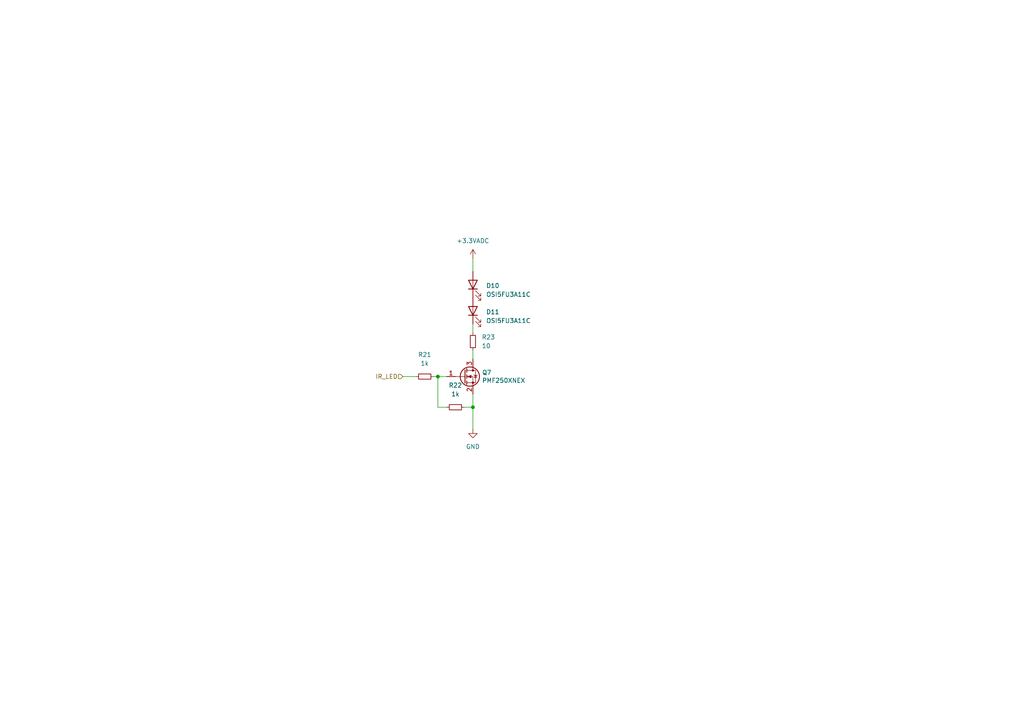
<source format=kicad_sch>
(kicad_sch (version 20231120) (generator "eeschema") (generator_version "8.0")
  (paper "A4")
  (lib_symbols
    (symbol "Device:LED" (pin_numbers hide) (pin_names (offset 1.016) hide)
      (property "Reference" "D" (at 0 2.54 0))
      (property "Value" "LED" (at 0 -2.54 0))
      (symbol "LED_0_1"
        (polyline (pts (xy -1.27 -1.27) (xy -1.27 1.27)) (stroke (width 0.254)))
        (polyline (pts (xy -1.27 0) (xy 1.27 0)))
        (polyline (pts (xy 1.27 -1.27) (xy 1.27 1.27) (xy -1.27 0) (xy 1.27 -1.27)) (stroke (width 0.254)))
        (polyline (pts (xy -3.048 -0.762) (xy -4.572 -2.286) (xy -3.81 -2.286) (xy -4.572 -2.286) (xy -4.572 -1.524)))
        (polyline (pts (xy -1.778 -0.762) (xy -3.302 -2.286) (xy -2.54 -2.286) (xy -3.302 -2.286) (xy -3.302 -1.524)))
      )
      (symbol "LED_1_1"
        (pin passive line (at -3.81 0 0) (length 2.54) (name "K") (number "1"))
        (pin passive line (at 3.81 0 180) (length 2.54) (name "A") (number "2"))
      )
    )
    (symbol "Device:R_Small" (pin_numbers hide) (pin_names (offset 0.254) hide)
      (property "Reference" "R" (at 0.762 0.508 0))
      (property "Value" "R_Small" (at 0.762 -1.016 0))
      (symbol "R_Small_0_1"
        (rectangle (start -0.762 1.778) (end 0.762 -1.778) (stroke (width 0.2032)))
      )
      (symbol "R_Small_1_1"
        (pin passive line (at 0 2.54 270) (length 0.762) (name "~") (number "1"))
        (pin passive line (at 0 -2.54 90) (length 0.762) (name "~") (number "2"))
      )
    )
    (symbol "Transistor_FET:BSS138" (pin_names hide)
      (property "Reference" "Q" (at 5.08 1.905 0))
      (property "Value" "BSS138" (at 5.08 0 0))
      (symbol "BSS138_0_1"
        (polyline (pts (xy 0.254 0) (xy -2.54 0)))
        (polyline (pts (xy 0.254 1.905) (xy 0.254 -1.905)) (stroke (width 0.254)))
        (polyline (pts (xy 0.762 -1.27) (xy 0.762 -2.286)) (stroke (width 0.254)))
        (polyline (pts (xy 0.762 0.508) (xy 0.762 -0.508)) (stroke (width 0.254)))
        (polyline (pts (xy 0.762 2.286) (xy 0.762 1.27)) (stroke (width 0.254)))
        (polyline (pts (xy 2.54 2.54) (xy 2.54 1.778)))
        (polyline (pts (xy 2.54 -2.54) (xy 2.54 0) (xy 0.762 0)))
        (polyline (pts (xy 0.762 -1.778) (xy 3.302 -1.778) (xy 3.302 1.778) (xy 0.762 1.778)))
        (polyline (pts (xy 1.016 0) (xy 2.032 0.381) (xy 2.032 -0.381) (xy 1.016 0)) (fill (type outline)))
        (polyline (pts (xy 2.794 0.508) (xy 2.921 0.381) (xy 3.683 0.381) (xy 3.81 0.254)))
        (polyline (pts (xy 3.302 0.381) (xy 2.921 -0.254) (xy 3.683 -0.254) (xy 3.302 0.381)))
        (circle (center 1.651 0) (radius 2.794) (stroke (width 0.254)))
        (circle (center 2.54 -1.778) (radius 0.254) (fill (type outline)))
        (circle (center 2.54 1.778) (radius 0.254) (fill (type outline)))
      )
      (symbol "BSS138_1_1"
        (pin input line (at -5.08 0 0) (length 2.54) (name "G") (number "1"))
        (pin passive line (at 2.54 -5.08 90) (length 2.54) (name "S") (number "2"))
        (pin passive line (at 2.54 5.08 270) (length 2.54) (name "D") (number "3"))
      )
    )
    (symbol "power:+3.3VADC" (power) (pin_names (offset 0))
      (property "Value" "+3.3VADC" (at 0 2.54 0))
      (symbol "+3.3VADC_0_0"
        (pin power_in line (at 0 0 90) (length 0) hide (name "+3.3VADC") (number "1"))
      )
      (symbol "+3.3VADC_0_1"
        (polyline (pts (xy -0.762 1.27) (xy 0 2.54)))
        (polyline (pts (xy 0 0) (xy 0 2.54)))
        (polyline (pts (xy 0 2.54) (xy 0.762 1.27)))
      )
    )
    (symbol "power:GND" (power) (pin_names (offset 0))
      (property "Value" "GND" (at 0 -3.81 0))
      (symbol "GND_0_1"
        (polyline (pts (xy 0 0) (xy 0 -1.27) (xy 1.27 -1.27) (xy 0 -2.54) (xy -1.27 -1.27) (xy 0 -1.27)))
      )
      (symbol "GND_1_1"
        (pin power_in line (at 0 0 270) (length 0) hide (name "GND") (number "1"))
      )
    )
  )
  (junction (at 127 109.22))
  (junction (at 137.16 118.11))
  (wire (pts (xy 116.84 109.22) (xy 120.65 109.22)))
  (wire (pts (xy 125.73 109.22) (xy 127 109.22)))
  (wire (pts (xy 137.16 118.11) (xy 137.16 124.46)))
  (wire (pts (xy 137.16 96.52) (xy 137.16 93.98)))
  (wire (pts (xy 127 109.22) (xy 127 118.11)))
  (wire (pts (xy 134.62 118.11) (xy 137.16 118.11)))
  (wire (pts (xy 137.16 114.3) (xy 137.16 118.11)))
  (wire (pts (xy 137.16 101.6) (xy 137.16 104.14)))
  (wire (pts (xy 129.54 118.11) (xy 127 118.11)))
  (wire (pts (xy 137.16 74.93) (xy 137.16 78.74)))
  (wire (pts (xy 127 109.22) (xy 129.54 109.22)))
  (hierarchical_label "IR_LED" (shape input) (at 116.84 109.22 180))
  (symbol (lib_id "Device:R_Small") (at 123.19 109.22 90) (unit 1)
    (property "Reference" "R21" (at 123.19 102.87 90))
    (property "Value" "1k" (at 123.19 105.41 90))
    (property "Footprint" "Resistor_SMD:R_0201_0603Metric" (effects (hide yes)))
    (instances (project "" (path "" (reference "R21") (unit 1)) (path "" (reference "R24") (unit 1))))
  )
  (symbol (lib_id "Device:R_Small") (at 132.08 118.11 90) (unit 1)
    (property "Reference" "R22" (at 132.08 111.76 90))
    (property "Value" "1k" (at 132.08 114.3 90))
    (property "Footprint" "Resistor_SMD:R_0201_0603Metric" (effects (hide yes)))
    (instances (project "" (path "" (reference "R22") (unit 1)) (path "" (reference "R25") (unit 1))))
  )
  (symbol (lib_id "power:GND") (at 137.16 124.46 0) (unit 1)
    (property "Reference" "#PWR066" (effects (hide yes)))
    (property "Value" "GND" (at 137.16 129.54 0))
    (instances (project "" (path "" (reference "#PWR066") (unit 1)) (path "" (reference "#PWR068") (unit 1))))
  )
  (symbol (lib_id "Device:LED") (at 137.16 82.55 90) (unit 1)
    (property "Reference" "D10" (at 140.97 82.8674 90) (effects (justify right)))
    (property "Value" "OSI5FU3A11C" (at 140.97 85.4074 90) (effects (justify right)))
    (property "Footprint" "half_mouse_lib:OSI5FU3A11C" (effects (hide yes)))
    (instances (project "" (path "" (reference "D10") (unit 1)) (path "" (reference "D12") (unit 1))))
  )
  (symbol (lib_id "Transistor_FET:BSS138") (at 134.62 109.22 0) (unit 1)
    (property "Reference" "Q7" (at 139.8016 108.0516 0) (effects (justify left)))
    (property "Value" "PMF250XNEX" (at 139.8016 110.363 0) (effects (justify left)))
    (property "Footprint" "Package_TO_SOT_SMD:SOT-323_SC-70_Handsoldering" (effects (hide yes)))
    (property "Datasheet" "https://www.onsemi.com/pub/Collateral/BSS138-D.PDF" (effects (hide yes)))
    (instances (project "" (path "" (reference "Q7") (unit 1)) (path "" (reference "Q8") (unit 1))))
  )
  (symbol (lib_id "Device:R_Small") (at 137.16 99.06 0) (unit 1)
    (property "Reference" "R23" (at 139.7 97.7899 0) (effects (justify left)))
    (property "Value" "10" (at 139.7 100.3299 0) (effects (justify left)))
    (property "Footprint" "Resistor_SMD:R_0201_0603Metric" (effects (hide yes)))
    (instances (project "" (path "" (reference "R23") (unit 1)) (path "" (reference "R26") (unit 1))))
  )
  (symbol (lib_id "Device:LED") (at 137.16 90.17 90) (unit 1)
    (property "Reference" "D11" (at 140.97 90.4874 90) (effects (justify right)))
    (property "Value" "OSI5FU3A11C" (at 140.97 93.0274 90) (effects (justify right)))
    (property "Footprint" "half_mouse_lib:OSI5FU3A11C" (effects (hide yes)))
    (instances (project "" (path "" (reference "D11") (unit 1)) (path "" (reference "D13") (unit 1))))
  )
  (symbol (lib_id "power:+3.3VADC") (at 137.16 74.93 0) (unit 1)
    (property "Reference" "#PWR065" (effects (hide yes)))
    (property "Value" "+3.3VADC" (at 137.16 69.85 0))
    (instances (project "" (path "" (reference "#PWR065") (unit 1)) (path "" (reference "#PWR067") (unit 1))))
  )
)
</source>
